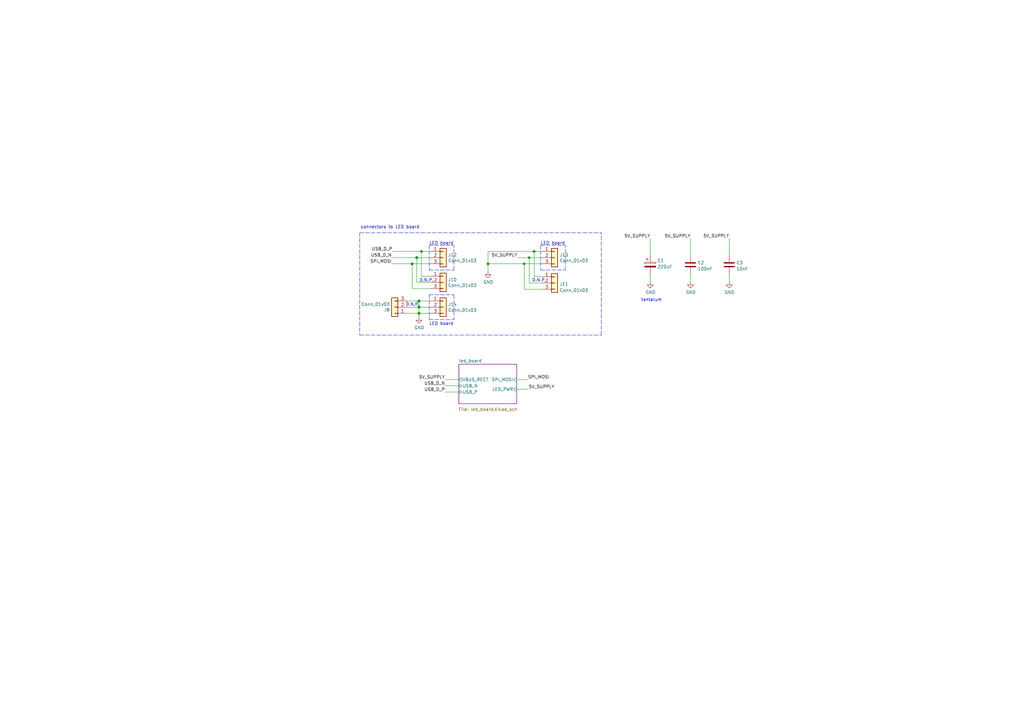
<source format=kicad_sch>
(kicad_sch (version 20211123) (generator eeschema)
  (paper "A3")
  (lib_symbols
    (symbol "Connector_Generic:Conn_01x03" (pin_names (offset 1.016) hide)
      (property "Reference" "J" (at 0 5.08 0))
      (property "Value" "Conn_01x03" (at 0 -5.08 0))
      (symbol "Conn_01x03_1_1"
        (rectangle (start -1.27 -2.413) (end 0 -2.667) (stroke (width 0.1524)))
        (rectangle (start -1.27 0.127) (end 0 -0.127) (stroke (width 0.1524)))
        (rectangle (start -1.27 2.667) (end 0 2.413) (stroke (width 0.1524)))
        (rectangle (start -1.27 3.81) (end 1.27 -3.81) (stroke (width 0.254)) (fill (type background)))
        (pin passive line (at -5.08 2.54 0) (length 3.81) (name "Pin_1") (number "1"))
        (pin passive line (at -5.08 0 0) (length 3.81) (name "Pin_2") (number "2"))
        (pin passive line (at -5.08 -2.54 0) (length 3.81) (name "Pin_3") (number "3"))
      )
    )
    (symbol "Device:C" (pin_numbers hide) (pin_names (offset 0.254))
      (property "Reference" "C" (at 0.635 2.54 0))
      (property "Value" "C" (at 0.635 -2.54 0))
      (symbol "C_0_1"
        (polyline (pts (xy -2.032 -0.762) (xy 2.032 -0.762)) (stroke (width 0.508)))
        (polyline (pts (xy -2.032 0.762) (xy 2.032 0.762)) (stroke (width 0.508)))
      )
      (symbol "C_1_1"
        (pin passive line (at 0 3.81 270) (length 2.794) (name "~") (number "1"))
        (pin passive line (at 0 -3.81 90) (length 2.794) (name "~") (number "2"))
      )
    )
    (symbol "Device:C_Polarized" (pin_numbers hide) (pin_names (offset 0.254))
      (property "Reference" "C" (at 0.635 2.54 0))
      (property "Value" "C_Polarized" (at 0.635 -2.54 0))
      (symbol "C_Polarized_0_1"
        (rectangle (start -2.286 0.508) (end 2.286 1.016))
        (polyline (pts (xy -1.778 2.286) (xy -0.762 2.286)))
        (polyline (pts (xy -1.27 2.794) (xy -1.27 1.778)))
        (rectangle (start 2.286 -0.508) (end -2.286 -1.016) (fill (type outline)))
      )
      (symbol "C_Polarized_1_1"
        (pin passive line (at 0 3.81 270) (length 2.794) (name "~") (number "1"))
        (pin passive line (at 0 -3.81 90) (length 2.794) (name "~") (number "2"))
      )
    )
    (symbol "power:GND" (power) (pin_names (offset 0))
      (property "Value" "GND" (at 0 -3.81 0))
      (symbol "GND_0_1"
        (polyline (pts (xy 0 0) (xy 0 -1.27) (xy 1.27 -1.27) (xy 0 -2.54) (xy -1.27 -1.27) (xy 0 -1.27)))
      )
      (symbol "GND_1_1"
        (pin power_in line (at 0 0 270) (length 0) hide (name "GND") (number "1"))
      )
    )
  )
  (junction (at 172.847 103.124))
  (junction (at 200.152 108.204))
  (junction (at 171.831 123.444) (diameter 1.016))
  (junction (at 217.043 105.664))
  (junction (at 170.942 105.664) (diameter 1.016))
  (junction (at 171.831 128.524) (diameter 1.016))
  (junction (at 219.075 103.124))
  (junction (at 171.831 125.984) (diameter 1.016))
  (junction (at 215.011 108.204))
  (junction (at 169.037 108.204) (diameter 1.016))
  (wire (pts (xy 171.831 128.524) (xy 176.657 128.524)))
  (polyline (pts (xy 176.022 120.904) (xy 186.182 120.904)))
  (wire (pts (xy 215.011 108.204) (xy 222.377 108.204)))
  (wire (pts (xy 167.005 128.524) (xy 171.831 128.524)))
  (wire (pts (xy 283.21 112.395) (xy 283.21 115.57)))
  (wire (pts (xy 160.655 108.204) (xy 169.037 108.204)))
  (wire (pts (xy 266.7 97.79) (xy 266.7 104.775)))
  (wire (pts (xy 171.831 123.444) (xy 176.657 123.444)))
  (wire (pts (xy 219.075 113.538) (xy 219.075 103.124)))
  (wire (pts (xy 200.152 108.204) (xy 200.152 111.379)))
  (wire (pts (xy 212.217 105.664) (xy 217.043 105.664)))
  (wire (pts (xy 299.085 97.79) (xy 299.085 104.775)))
  (wire (pts (xy 176.657 115.824) (xy 170.942 115.824)))
  (wire (pts (xy 217.043 116.078) (xy 217.043 105.664)))
  (wire (pts (xy 176.657 113.284) (xy 172.847 113.284)))
  (wire (pts (xy 171.831 125.984) (xy 176.657 125.984)))
  (polyline (pts (xy 246.634 137.414) (xy 246.634 95.504)) (stroke (width 0) (type dash)))
  (polyline (pts (xy 147.574 95.504) (xy 147.574 137.414)) (stroke (width 0) (type dash)))
  (wire (pts (xy 160.909 103.124) (xy 172.847 103.124)))
  (wire (pts (xy 172.847 103.124) (xy 176.657 103.124)))
  (wire (pts (xy 222.377 116.078) (xy 217.043 116.078)))
  (wire (pts (xy 172.847 103.124) (xy 172.847 113.284)))
  (polyline (pts (xy 231.902 110.744) (xy 231.902 100.584)))
  (wire (pts (xy 176.657 118.364) (xy 169.037 118.364)))
  (wire (pts (xy 222.377 113.538) (xy 219.075 113.538)))
  (wire (pts (xy 211.963 159.639) (xy 216.789 159.639)))
  (polyline (pts (xy 176.022 131.064) (xy 186.182 131.064)))
  (polyline (pts (xy 176.022 100.584) (xy 186.182 100.584)))
  (wire (pts (xy 160.655 105.664) (xy 170.942 105.664)))
  (wire (pts (xy 167.005 123.444) (xy 171.831 123.444)))
  (wire (pts (xy 182.499 155.702) (xy 188.214 155.702)))
  (wire (pts (xy 215.011 118.618) (xy 215.011 108.204)))
  (wire (pts (xy 170.942 105.664) (xy 170.942 115.824)))
  (polyline (pts (xy 221.742 110.744) (xy 231.902 110.744)))
  (wire (pts (xy 266.7 112.395) (xy 266.7 115.57)))
  (polyline (pts (xy 221.742 100.584) (xy 221.742 110.744)))
  (wire (pts (xy 200.152 103.124) (xy 200.152 108.204)))
  (wire (pts (xy 283.21 97.79) (xy 283.21 104.775)))
  (wire (pts (xy 200.152 103.124) (xy 219.075 103.124)))
  (wire (pts (xy 200.152 108.204) (xy 215.011 108.204)))
  (polyline (pts (xy 221.742 100.584) (xy 231.902 100.584)))
  (wire (pts (xy 169.037 108.204) (xy 176.657 108.204)))
  (wire (pts (xy 219.075 103.124) (xy 222.377 103.124)))
  (wire (pts (xy 182.499 160.782) (xy 188.214 160.782)))
  (wire (pts (xy 222.377 118.618) (xy 215.011 118.618)))
  (polyline (pts (xy 186.182 120.904) (xy 186.182 131.064)))
  (wire (pts (xy 170.942 105.664) (xy 176.657 105.664)))
  (wire (pts (xy 171.831 128.524) (xy 171.831 130.048)))
  (wire (pts (xy 299.085 112.395) (xy 299.085 115.57)))
  (wire (pts (xy 171.831 123.444) (xy 171.831 125.984)))
  (polyline (pts (xy 176.022 120.904) (xy 176.022 131.064)))
  (polyline (pts (xy 186.182 110.744) (xy 186.182 100.584)))
  (wire (pts (xy 217.043 105.664) (xy 222.377 105.664)))
  (wire (pts (xy 169.037 108.204) (xy 169.037 118.364)))
  (wire (pts (xy 182.499 158.242) (xy 188.214 158.242)))
  (polyline (pts (xy 176.022 110.744) (xy 186.182 110.744)))
  (wire (pts (xy 171.831 125.984) (xy 171.831 128.524)))
  (wire (pts (xy 211.963 155.702) (xy 216.535 155.702)))
  (polyline (pts (xy 147.574 137.414) (xy 246.634 137.414)) (stroke (width 0) (type dash)))
  (polyline (pts (xy 147.574 95.504) (xy 246.634 95.504)) (stroke (width 0) (type dash)))
  (wire (pts (xy 167.005 125.984) (xy 171.831 125.984)))
  (polyline (pts (xy 176.022 100.584) (xy 176.022 110.744)))
  (text "LED board" (at 176.022 133.604 0) (effects (font (size 1.27 1.27)) (justify left bottom)))
  (text "LED board\n" (at 176.022 100.584 0) (effects (font (size 1.27 1.27)) (justify left bottom)))
  (text "D.N.P." (at 171.958 115.824 0) (effects (font (size 1.27 1.27)) (justify left bottom)))
  (text "connectors to LED board" (at 172.085 93.98 180) (effects (font (size 1.27 1.27)) (justify right bottom)))
  (text "tantalum" (at 262.89 123.825 0) (effects (font (size 1.27 1.27)) (justify left bottom)))
  (text "D.N.P." (at 166.37 125.73 0) (effects (font (size 1.27 1.27)) (justify left bottom)))
  (text "D.N.P." (at 218.186 115.824 0) (effects (font (size 1.27 1.27)) (justify left bottom)))
  (text "LED board" (at 221.742 100.584 0) (effects (font (size 1.27 1.27)) (justify left bottom)))
  (label "5V_SUPPLY" (at 299.085 97.79 180))
  (label "5V_SUPPLY" (at 266.7 97.79 180))
  (label "5V_SUPPLY" (at 182.499 155.702 180))
  (label "SPI_MOSI" (at 160.655 108.204 180))
  (label "USB_D_N" (at 182.499 158.242 180))
  (label "USB_D_N" (at 160.655 105.664 180))
  (label "USB_D_P" (at 160.909 103.124 180))
  (label "SPI_MOSI" (at 216.535 155.702 0))
  (label "5V_SUPPLY" (at 212.217 105.664 180))
  (label "5V_SUPPLY" (at 216.789 159.639 0))
  (label "USB_D_P" (at 182.499 160.782 180))
  (label "5V_SUPPLY" (at 283.21 97.79 180))
  (symbol (lib_id "Connector_Generic:Conn_01x03") (at 227.457 116.078 0) (unit 1) (in_bom no) (on_board no)
    (property "Reference" "J11" (at 229.489 116.5133 0) (effects (justify left)))
    (property "Value" "Conn_01x03" (at 229.489 119.0502 0) (effects (justify left)))
    (property "Footprint" "Connector_PinHeader_2.54mm:PinHeader_1x03_P2.54mm_Vertical" (effects hide))
    (property "MANUFACTURER" "3M" (effects hide))
    (property "manf#" "929870-01-03-RA" (effects hide))
  )
  (symbol (lib_id "Connector_Generic:Conn_01x03") (at 227.457 105.664 0) (unit 1)
    (property "Reference" "J13" (at 229.489 104.5718 0) (effects (justify left)))
    (property "Value" "Conn_01x03" (at 229.4891 106.8641 0) (effects (justify left)))
    (property "Footprint" "Connector_PinHeader_2.54mm:PinHeader_1x03_P2.54mm_Vertical_SMD_Pin1Left" (effects hide))
    (property "MANUFACTURER" "Samtec" (effects hide))
    (property "manf#" "TSM-103-04-L-SV" (effects hide))
  )
  (symbol (lib_id "power:GND") (at 266.7 115.57 0) (unit 1)
    (property "Reference" "#PWR0103" (effects hide))
    (property "Value" "GND" (at 266.8143 119.8944 0))
  )
  (symbol (lib_id "Connector_Generic:Conn_01x03") (at 181.737 105.664 0) (unit 1)
    (property "Reference" "J12" (at 183.7691 104.5654 0) (effects (justify left)))
    (property "Value" "Conn_01x03" (at 183.7691 106.8641 0) (effects (justify left)))
    (property "Footprint" "Connector_PinHeader_2.54mm:PinHeader_1x03_P2.54mm_Vertical_SMD_Pin1Left" (effects hide))
    (property "MANUFACTURER" "Samtec" (effects hide))
    (property "manf#" "TSM-103-04-L-SV" (effects hide))
  )
  (symbol (lib_id "power:GND") (at 171.831 130.048 0) (unit 1)
    (property "Reference" "#PWR09" (effects hide))
    (property "Value" "GND" (at 171.9453 134.3724 0))
  )
  (symbol (lib_id "power:GND") (at 283.21 115.57 0) (unit 1)
    (property "Reference" "#PWR0101" (effects hide))
    (property "Value" "GND" (at 283.3243 119.8944 0))
  )
  (symbol (lib_id "power:GND") (at 200.152 111.379 0) (unit 1)
    (property "Reference" "#PWR0142" (effects hide))
    (property "Value" "GND" (at 200.2663 115.7034 0))
  )
  (symbol (lib_id "power:GND") (at 299.085 115.57 0) (unit 1)
    (property "Reference" "#PWR0102" (effects hide))
    (property "Value" "GND" (at 299.1993 119.8944 0))
  )
  (symbol (lib_id "Connector_Generic:Conn_01x03") (at 181.737 125.984 0) (unit 1)
    (property "Reference" "J14" (at 183.7691 124.8854 0) (effects (justify left)))
    (property "Value" "Conn_01x03" (at 183.7691 127.1841 0) (effects (justify left)))
    (property "Footprint" "Connector_PinHeader_2.54mm:PinHeader_1x03_P2.54mm_Vertical_SMD_Pin1Left" (effects hide))
    (property "MANUFACTURER" "Samtec" (effects hide))
    (property "manf#" "TSM-103-04-L-SV" (effects hide))
  )
  (symbol (lib_id "Device:C") (at 283.21 108.585 0) (unit 1)
    (property "Reference" "C2" (at 286.131 107.7503 0) (effects (justify left)))
    (property "Value" "100nF" (at 286.131 110.2872 0) (effects (justify left)))
    (property "Footprint" "Capacitor_SMD:C_0402_1005Metric" (effects hide))
  )
  (symbol (lib_id "Connector_Generic:Conn_01x03") (at 161.925 125.984 180) (unit 1) (in_bom no) (on_board no)
    (property "Reference" "J8" (at 159.8929 127.0826 0) (effects (justify left)))
    (property "Value" "Conn_01x03" (at 159.8929 124.7839 0) (effects (justify left)))
    (property "Footprint" "Connector_PinHeader_2.54mm:PinHeader_1x03_P2.54mm_Vertical" (effects hide))
    (property "MANUFACTURER" "3M" (effects hide))
    (property "manf#" "929870-01-03-RA" (effects hide))
  )
  (symbol (lib_id "Device:C") (at 299.085 108.585 0) (unit 1)
    (property "Reference" "C3" (at 302.006 107.7503 0) (effects (justify left)))
    (property "Value" "10nF" (at 302.006 110.2872 0) (effects (justify left)))
    (property "Footprint" "Capacitor_SMD:C_0402_1005Metric" (effects hide))
  )
  (symbol (lib_id "Device:C_Polarized") (at 266.7 108.585 0) (unit 1)
    (property "Reference" "C1" (at 269.621 106.8613 0) (effects (justify left)))
    (property "Value" "220uF" (at 269.621 109.3982 0) (effects (justify left)))
    (property "Footprint" "Capacitor_Tantalum_SMD:CP_EIA-3528-15_AVX-H" (effects hide))
  )
  (symbol (lib_id "Connector_Generic:Conn_01x03") (at 181.737 115.824 0) (unit 1) (in_bom no) (on_board no)
    (property "Reference" "J10" (at 183.7691 114.7254 0) (effects (justify left)))
    (property "Value" "Conn_01x03" (at 183.7691 117.0241 0) (effects (justify left)))
    (property "Footprint" "Connector_PinHeader_2.54mm:PinHeader_1x03_P2.54mm_Vertical" (effects hide))
    (property "MANUFACTURER" "3M" (effects hide))
    (property "manf#" "929870-01-03-RA" (effects hide))
  )
  (sheet (at 188.214 149.352) (size 23.749 16.256) (stroke (width 0) (color 132 0 132 1)) (fill (color 255 255 255 0.0000))
    (property "Sheet name" "led_board" (at 188.214 148.7165 0) (effects (justify left bottom)))
    (property "Sheet file" "led_board.kicad_sch" (at 187.96 167.1325 0) (effects (justify left top)))
    (pin "USB_P" bidirectional (at 188.214 160.782 180))
    (pin "VBUS_RECT" output (at 188.214 155.702 180))
    (pin "SPI_MOSI" input (at 211.963 155.702 0))
    (pin "USB_N" bidirectional (at 188.214 158.242 180))
    (pin "LED_PWR" input (at 211.963 159.639 0))
  )
)
</source>
